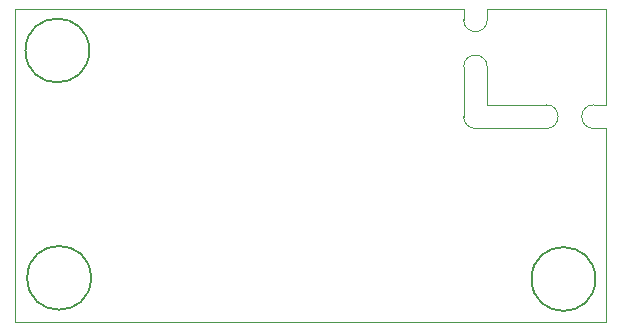
<source format=gbr>
%TF.GenerationSoftware,KiCad,Pcbnew,6.0.10-86aedd382b~118~ubuntu22.04.1*%
%TF.CreationDate,2023-01-11T10:16:45+01:00*%
%TF.ProjectId,nuc-compute-cluster-environment-sensor,6e75632d-636f-46d7-9075-74652d636c75,rev?*%
%TF.SameCoordinates,Original*%
%TF.FileFunction,Other,Comment*%
%FSLAX46Y46*%
G04 Gerber Fmt 4.6, Leading zero omitted, Abs format (unit mm)*
G04 Created by KiCad (PCBNEW 6.0.10-86aedd382b~118~ubuntu22.04.1) date 2023-01-11 10:16:45 commit a17aeb8*
%MOMM*%
%LPD*%
G01*
G04 APERTURE LIST*
%TA.AperFunction,Profile*%
%ADD10C,0.100000*%
%TD*%
%ADD11C,0.150000*%
G04 APERTURE END LIST*
D10*
X50000000Y18350000D02*
X50000000Y26500000D01*
X48950000Y18350000D02*
G75*
G03*
X48950000Y16350000I0J-1000000D01*
G01*
X44950000Y16350000D02*
G75*
G03*
X44950000Y18350000I0J1000000D01*
G01*
X50000000Y16350000D02*
X50000000Y0D01*
X39950000Y26500000D02*
X50000000Y26500000D01*
X0Y26500000D02*
X0Y0D01*
X48950000Y16350000D02*
X50000000Y16350000D01*
X37950000Y26500000D02*
X0Y26500000D01*
X37948194Y17351594D02*
G75*
G03*
X38948209Y16351594I1000006J6D01*
G01*
X39950000Y18350000D02*
X44950000Y18350000D01*
X39950000Y18350000D02*
X39950000Y21550000D01*
X37950000Y25550000D02*
X37950000Y26500000D01*
X37950000Y21550000D02*
X37948209Y17351594D01*
X39950000Y21550000D02*
G75*
G03*
X37950000Y21550000I-1000000J0D01*
G01*
X48950000Y18350000D02*
X50000000Y18350000D01*
X39950000Y25550000D02*
X39950000Y26500000D01*
X37950000Y25550000D02*
G75*
G03*
X39950000Y25550000I1000000J0D01*
G01*
X38948209Y16351594D02*
X44950000Y16350000D01*
X0Y0D02*
X50000000Y0D01*
D11*
%TO.C,MP1*%
X6250000Y22950000D02*
G75*
G03*
X6250000Y22950000I-2700000J0D01*
G01*
%TO.C,MP2*%
X6400000Y3700000D02*
G75*
G03*
X6400000Y3700000I-2700000J0D01*
G01*
%TO.C,MP3*%
X49100000Y3600000D02*
G75*
G03*
X49100000Y3600000I-2700000J0D01*
G01*
%TD*%
M02*

</source>
